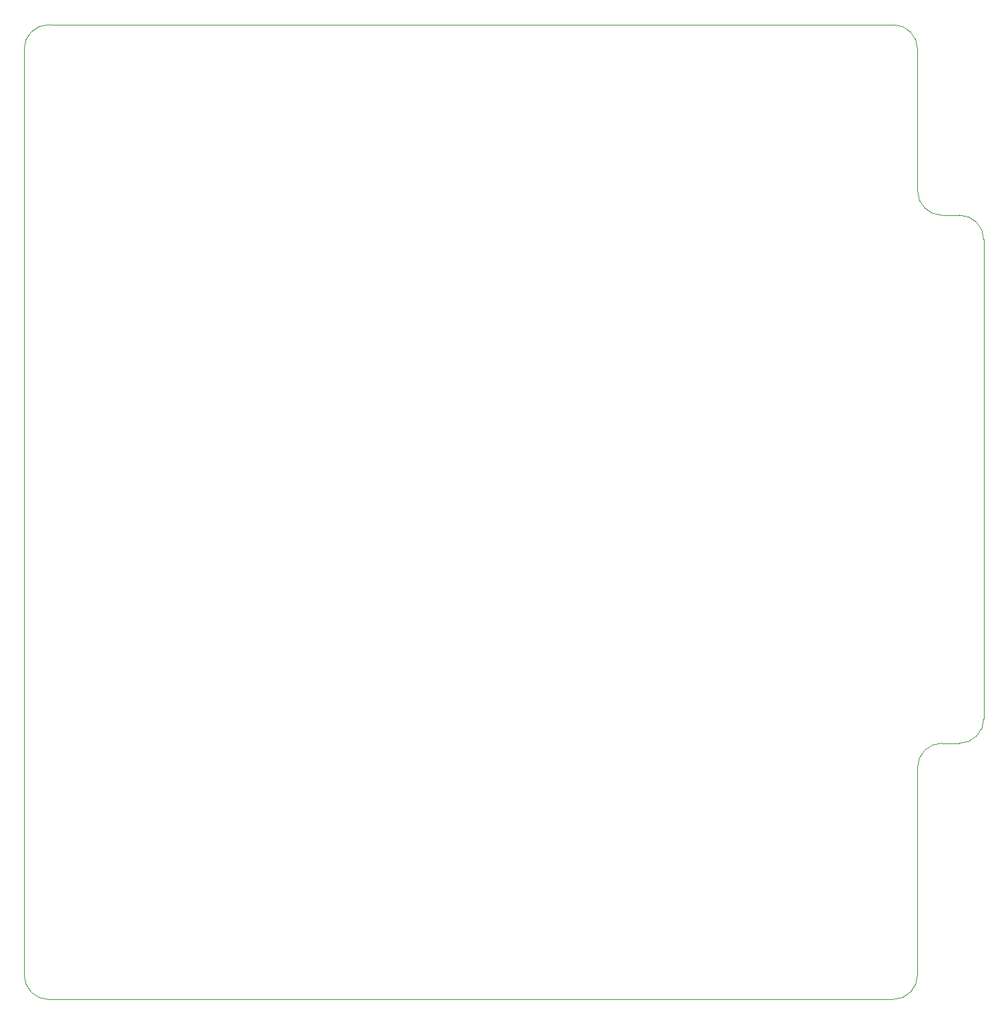
<source format=gbr>
%TF.GenerationSoftware,KiCad,Pcbnew,8.0.3-8.0.3-0~ubuntu22.04.1*%
%TF.CreationDate,2024-07-11T11:22:04+05:30*%
%TF.ProjectId,DUT_Interface_board_v0.2,4455545f-496e-4746-9572-666163655f62,rev?*%
%TF.SameCoordinates,Original*%
%TF.FileFunction,Profile,NP*%
%FSLAX46Y46*%
G04 Gerber Fmt 4.6, Leading zero omitted, Abs format (unit mm)*
G04 Created by KiCad (PCBNEW 8.0.3-8.0.3-0~ubuntu22.04.1) date 2024-07-11 11:22:04*
%MOMM*%
%LPD*%
G01*
G04 APERTURE LIST*
%TA.AperFunction,Profile*%
%ADD10C,0.050000*%
%TD*%
G04 APERTURE END LIST*
D10*
X203857683Y-54353918D02*
X201706976Y-54352281D01*
X203856798Y-119357597D02*
X201699001Y-119358603D01*
X91704200Y-30901400D02*
X195704942Y-30901400D01*
X91704200Y-150901400D02*
G75*
G02*
X88704200Y-147901400I0J3000000D01*
G01*
X201706976Y-54352281D02*
G75*
G02*
X198709318Y-51353024I2324J2999981D01*
G01*
X195703800Y-150901400D02*
X91704200Y-150901400D01*
X88704200Y-147901400D02*
X88704200Y-33901400D01*
X198700399Y-122359001D02*
X198703800Y-147901001D01*
X198703800Y-147901001D02*
G75*
G02*
X195703800Y-150901400I-3000000J-399D01*
G01*
X206855400Y-116357598D02*
G75*
G02*
X203856798Y-119357600I-3000000J-2D01*
G01*
X88704200Y-33901400D02*
G75*
G02*
X91704200Y-30901400I3000000J0D01*
G01*
X206855400Y-57353917D02*
X206855400Y-116357598D01*
X203857683Y-54353918D02*
G75*
G02*
X206855383Y-57353917I-2283J-2999982D01*
G01*
X195704942Y-30901400D02*
G75*
G02*
X198704900Y-33900658I-42J-3000000D01*
G01*
X198700399Y-122359001D02*
G75*
G02*
X201699001Y-119358599I3000001J401D01*
G01*
X198704942Y-33900658D02*
X198709259Y-51353024D01*
M02*

</source>
